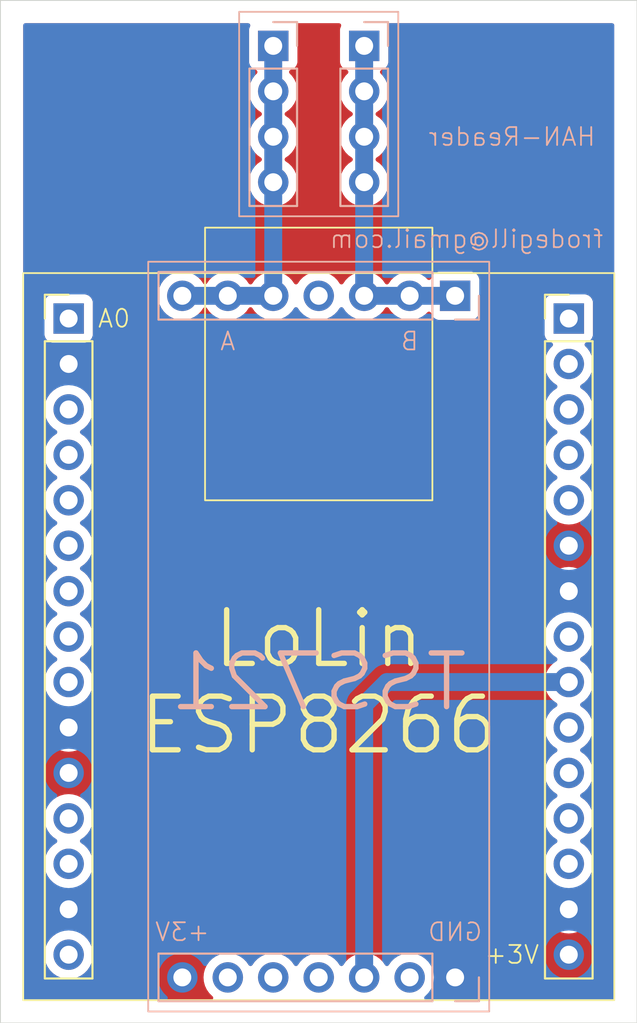
<source format=kicad_pcb>
(kicad_pcb (version 20240108) (generator "pcbnew") (generator_version "8.0")
  (layers (0 "F.Cu" signal) (31 "B.Cu" signal) (34 "B.Paste" user) (35 "F.Paste" user) (36 "B.SilkS" user "B.Silkscreen") (37 "F.SilkS" user "F.Silkscreen") (38 "B.Mask" user) (39 "F.Mask" user) (44 "Edge.Cuts" user))
  (net 0 "")
  (net 1 "Net-(J1-Pin_1)")
  (net 3 "Net-(J2-Pin_5)")
  (net 4 "+3V3")
  (net 5 "GND")
  (net 6 "Net-(J3-Pin_3)")
  (footprint "Connector_PinHeader_2.54mm:PinHeader_1x15_P2.54mm_Vertical" (layer "F.Cu") (at 129.54 50.8)
    (property "Reference" "J6" (hide yes))
    (property "Value" "Conn_01x15_Pin" (hide yes))
    (fp_line (start -1.33 -1.33) (end 0 -1.33) (stroke (width 0.12)) (layer "F.SilkS"))
    (fp_line (start -1.33 0) (end -1.33 -1.33) (stroke (width 0.12)) (layer "F.SilkS"))
    (fp_line (start -1.33 1.27) (end -1.33 36.89) (stroke (width 0.12)) (layer "F.SilkS"))
    (fp_line (start -1.33 1.27) (end 1.33 1.27) (stroke (width 0.12)) (layer "F.SilkS"))
    (fp_line (start -1.33 36.89) (end 1.33 36.89) (stroke (width 0.12)) (layer "F.SilkS"))
    (fp_line (start 1.33 1.27) (end 1.33 36.89) (stroke (width 0.12)) (layer "F.SilkS"))
    (pad "1" thru_hole rect (at 0 0) (size 1.7 1.7) (drill 1) (layers "*.Cu" "*.Mask"))
    (pad "2" thru_hole oval (at 0 2.54) (size 1.7 1.7) (drill 1) (layers "*.Cu" "*.Mask"))
    (pad "3" thru_hole oval (at 0 5.08) (size 1.7 1.7) (drill 1) (layers "*.Cu" "*.Mask"))
    (pad "4" thru_hole oval (at 0 7.62) (size 1.7 1.7) (drill 1) (layers "*.Cu" "*.Mask"))
    (pad "5" thru_hole oval (at 0 10.16) (size 1.7 1.7) (drill 1) (layers "*.Cu" "*.Mask"))
    (pad "6" thru_hole oval (at 0 12.7) (size 1.7 1.7) (drill 1) (layers "*.Cu" "*.Mask") (net 4 "+3V3"))
    (pad "7" thru_hole oval (at 0 15.24) (size 1.7 1.7) (drill 1) (layers "*.Cu" "*.Mask") (net 5 "GND"))
    (pad "8" thru_hole oval (at 0 17.78) (size 1.7 1.7) (drill 1) (layers "*.Cu" "*.Mask"))
    (pad "9" thru_hole oval (at 0 20.32) (size 1.7 1.7) (drill 1) (layers "*.Cu" "*.Mask") (net 6 "Net-(J3-Pin_3)"))
    (pad "10" thru_hole oval (at 0 22.86) (size 1.7 1.7) (drill 1) (layers "*.Cu" "*.Mask"))
    (pad "11" thru_hole oval (at 0 25.4) (size 1.7 1.7) (drill 1) (layers "*.Cu" "*.Mask"))
    (pad "12" thru_hole oval (at 0 27.94) (size 1.7 1.7) (drill 1) (layers "*.Cu" "*.Mask"))
    (pad "13" thru_hole oval (at 0 30.48) (size 1.7 1.7) (drill 1) (layers "*.Cu" "*.Mask"))
    (pad "14" thru_hole oval (at 0 33.02) (size 1.7 1.7) (drill 1) (layers "*.Cu" "*.Mask") (net 5 "GND"))
    (pad "15" thru_hole oval (at 0 35.56) (size 1.7 1.7) (drill 1) (layers "*.Cu" "*.Mask") (net 4 "+3V3"))
  )
  (footprint "Connector_PinHeader_2.54mm:PinHeader_1x15_P2.54mm_Vertical" (layer "F.Cu") (at 101.6 50.8)
    (property "Reference" "J5" (hide yes))
    (property "Value" "Conn_01x15_Pin" (hide yes))
    (fp_line (start -1.33 -1.33) (end 0 -1.33) (stroke (width 0.12)) (layer "F.SilkS"))
    (fp_line (start -1.33 0) (end -1.33 -1.33) (stroke (width 0.12)) (layer "F.SilkS"))
    (fp_line (start -1.33 1.27) (end -1.33 36.89) (stroke (width 0.12)) (layer "F.SilkS"))
    (fp_line (start -1.33 1.27) (end 1.33 1.27) (stroke (width 0.12)) (layer "F.SilkS"))
    (fp_line (start -1.33 36.89) (end 1.33 36.89) (stroke (width 0.12)) (layer "F.SilkS"))
    (fp_line (start 1.33 1.27) (end 1.33 36.89) (stroke (width 0.12)) (layer "F.SilkS"))
    (pad "1" thru_hole rect (at 0 0) (size 1.7 1.7) (drill 1) (layers "*.Cu" "*.Mask"))
    (pad "2" thru_hole oval (at 0 2.54) (size 1.7 1.7) (drill 1) (layers "*.Cu" "*.Mask") (net 5 "GND"))
    (pad "3" thru_hole oval (at 0 5.08) (size 1.7 1.7) (drill 1) (layers "*.Cu" "*.Mask"))
    (pad "4" thru_hole oval (at 0 7.62) (size 1.7 1.7) (drill 1) (layers "*.Cu" "*.Mask"))
    (pad "5" thru_hole oval (at 0 10.16) (size 1.7 1.7) (drill 1) (layers "*.Cu" "*.Mask"))
    (pad "6" thru_hole oval (at 0 12.7) (size 1.7 1.7) (drill 1) (layers "*.Cu" "*.Mask"))
    (pad "7" thru_hole oval (at 0 15.24) (size 1.7 1.7) (drill 1) (layers "*.Cu" "*.Mask"))
    (pad "8" thru_hole oval (at 0 17.78) (size 1.7 1.7) (drill 1) (layers "*.Cu" "*.Mask"))
    (pad "9" thru_hole oval (at 0 20.32) (size 1.7 1.7) (drill 1) (layers "*.Cu" "*.Mask"))
    (pad "10" thru_hole oval (at 0 22.86) (size 1.7 1.7) (drill 1) (layers "*.Cu" "*.Mask") (net 5 "GND"))
    (pad "11" thru_hole oval (at 0 25.4) (size 1.7 1.7) (drill 1) (layers "*.Cu" "*.Mask") (net 4 "+3V3"))
    (pad "12" thru_hole oval (at 0 27.94) (size 1.7 1.7) (drill 1) (layers "*.Cu" "*.Mask"))
    (pad "13" thru_hole oval (at 0 30.48) (size 1.7 1.7) (drill 1) (layers "*.Cu" "*.Mask"))
    (pad "14" thru_hole oval (at 0 33.02) (size 1.7 1.7) (drill 1) (layers "*.Cu" "*.Mask") (net 5 "GND"))
    (pad "15" thru_hole oval (at 0 35.56) (size 1.7 1.7) (drill 1) (layers "*.Cu" "*.Mask"))
  )
  (footprint "Connector_PinHeader_2.54mm:PinHeader_1x07_P2.54mm_Vertical" (layer "B.Cu") (at 123.19 49.53 90)
    (property "Reference" "J2" (hide yes))
    (property "Value" "Conn_01x07_Pin" (hide yes))
    (fp_line (start 1.33 -16.57) (end -1.33 -16.57) (stroke (width 0.12)) (layer "B.SilkS"))
    (fp_line (start 1.33 -16.57) (end 1.33 -1.27) (stroke (width 0.12)) (layer "B.SilkS"))
    (fp_line (start -1.33 -16.57) (end -1.33 -1.27) (stroke (width 0.12)) (layer "B.SilkS"))
    (fp_line (start 1.33 -1.27) (end -1.33 -1.27) (stroke (width 0.12)) (layer "B.SilkS"))
    (fp_line (start 0 1.33) (end -1.33 1.33) (stroke (width 0.12)) (layer "B.SilkS"))
    (fp_line (start -1.33 1.33) (end -1.33 0) (stroke (width 0.12)) (layer "B.SilkS"))
    (pad "1" thru_hole rect (at 0 0 90) (size 1.7 1.7) (drill 1) (layers "*.Cu" "*.Mask") (net 1 "Net-(J1-Pin_1)"))
    (pad "2" thru_hole oval (at 0 -2.54 90) (size 1.7 1.7) (drill 1) (layers "*.Cu" "*.Mask") (net 1 "Net-(J1-Pin_1)"))
    (pad "3" thru_hole oval (at 0 -5.08 90) (size 1.7 1.7) (drill 1) (layers "*.Cu" "*.Mask") (net 1 "Net-(J1-Pin_1)"))
    (pad "4" thru_hole oval (at 0 -7.62 90) (size 1.7 1.7) (drill 1) (layers "*.Cu" "*.Mask"))
    (pad "5" thru_hole oval (at 0 -10.16 90) (size 1.7 1.7) (drill 1) (layers "*.Cu" "*.Mask") (net 3 "Net-(J2-Pin_5)"))
    (pad "6" thru_hole oval (at 0 -12.7 90) (size 1.7 1.7) (drill 1) (layers "*.Cu" "*.Mask") (net 3 "Net-(J2-Pin_5)"))
    (pad "7" thru_hole oval (at 0 -15.24 90) (size 1.7 1.7) (drill 1) (layers "*.Cu" "*.Mask") (net 3 "Net-(J2-Pin_5)"))
  )
  (footprint "Connector_PinHeader_2.54mm:PinHeader_1x04_P2.54mm_Vertical" (layer "B.Cu") (at 118.11 35.56 180)
    (property "Reference" "J1" (hide yes))
    (property "Value" "Conn_01x04_Pin" (hide yes))
    (fp_line (start 1.33 -1.27) (end -1.33 -1.27) (stroke (width 0.12)) (layer "B.SilkS"))
    (fp_line (start 1.33 -8.95) (end 1.33 -1.27) (stroke (width 0.12)) (layer "B.SilkS"))
    (fp_line (start 1.33 -8.95) (end -1.33 -8.95) (stroke (width 0.12)) (layer "B.SilkS"))
    (fp_line (start 0 1.33) (end -1.33 1.33) (stroke (width 0.12)) (layer "B.SilkS"))
    (fp_line (start -1.33 1.33) (end -1.33 0) (stroke (width 0.12)) (layer "B.SilkS"))
    (fp_line (start -1.33 -8.95) (end -1.33 -1.27) (stroke (width 0.12)) (layer "B.SilkS"))
    (pad "1" thru_hole rect (at 0 0 180) (size 1.7 1.7) (drill 1) (layers "*.Cu" "*.Mask") (net 1 "Net-(J1-Pin_1)"))
    (pad "2" thru_hole oval (at 0 -2.54 180) (size 1.7 1.7) (drill 1) (layers "*.Cu" "*.Mask") (net 1 "Net-(J1-Pin_1)"))
    (pad "3" thru_hole oval (at 0 -5.08 180) (size 1.7 1.7) (drill 1) (layers "*.Cu" "*.Mask") (net 1 "Net-(J1-Pin_1)"))
    (pad "4" thru_hole oval (at 0 -7.62 180) (size 1.7 1.7) (drill 1) (layers "*.Cu" "*.Mask") (net 1 "Net-(J1-Pin_1)"))
  )
  (footprint "Connector_PinHeader_2.54mm:PinHeader_1x04_P2.54mm_Vertical" (layer "B.Cu") (at 113.03 35.56 180)
    (property "Reference" "J4" (hide yes))
    (property "Value" "Conn_01x04_Pin" (hide yes))
    (fp_line (start 1.33 -1.27) (end -1.33 -1.27) (stroke (width 0.12)) (layer "B.SilkS"))
    (fp_line (start 1.33 -8.95) (end 1.33 -1.27) (stroke (width 0.12)) (layer "B.SilkS"))
    (fp_line (start 1.33 -8.95) (end -1.33 -8.95) (stroke (width 0.12)) (layer "B.SilkS"))
    (fp_line (start 0 1.33) (end -1.33 1.33) (stroke (width 0.12)) (layer "B.SilkS"))
    (fp_line (start -1.33 1.33) (end -1.33 0) (stroke (width 0.12)) (layer "B.SilkS"))
    (fp_line (start -1.33 -8.95) (end -1.33 -1.27) (stroke (width 0.12)) (layer "B.SilkS"))
    (pad "1" thru_hole rect (at 0 0 180) (size 1.7 1.7) (drill 1) (layers "*.Cu" "*.Mask") (net 3 "Net-(J2-Pin_5)"))
    (pad "2" thru_hole oval (at 0 -2.54 180) (size 1.7 1.7) (drill 1) (layers "*.Cu" "*.Mask") (net 3 "Net-(J2-Pin_5)"))
    (pad "3" thru_hole oval (at 0 -5.08 180) (size 1.7 1.7) (drill 1) (layers "*.Cu" "*.Mask") (net 3 "Net-(J2-Pin_5)"))
    (pad "4" thru_hole oval (at 0 -7.62 180) (size 1.7 1.7) (drill 1) (layers "*.Cu" "*.Mask") (net 3 "Net-(J2-Pin_5)"))
  )
  (footprint "Connector_PinHeader_2.54mm:PinHeader_1x07_P2.54mm_Vertical" (layer "B.Cu") (at 123.19 87.63 90)
    (property "Reference" "J3" (hide yes))
    (property "Value" "Conn_01x07_Pin" (hide yes))
    (fp_line (start 1.33 -16.57) (end -1.33 -16.57) (stroke (width 0.12)) (layer "B.SilkS"))
    (fp_line (start 1.33 -16.57) (end 1.33 -1.27) (stroke (width 0.12)) (layer "B.SilkS"))
    (fp_line (start -1.33 -16.57) (end -1.33 -1.27) (stroke (width 0.12)) (layer "B.SilkS"))
    (fp_line (start 1.33 -1.27) (end -1.33 -1.27) (stroke (width 0.12)) (layer "B.SilkS"))
    (fp_line (start 0 1.33) (end -1.33 1.33) (stroke (width 0.12)) (layer "B.SilkS"))
    (fp_line (start -1.33 1.33) (end -1.33 0) (stroke (width 0.12)) (layer "B.SilkS"))
    (pad "1" thru_hole rect (at 0 0 90) (size 1.7 1.7) (drill 1) (layers "*.Cu" "*.Mask") (net 5 "GND"))
    (pad "2" thru_hole oval (at 0 -2.54 90) (size 1.7 1.7) (drill 1) (layers "*.Cu" "*.Mask"))
    (pad "3" thru_hole oval (at 0 -5.08 90) (size 1.7 1.7) (drill 1) (layers "*.Cu" "*.Mask") (net 6 "Net-(J3-Pin_3)"))
    (pad "4" thru_hole oval (at 0 -7.62 90) (size 1.7 1.7) (drill 1) (layers "*.Cu" "*.Mask"))
    (pad "5" thru_hole oval (at 0 -10.16 90) (size 1.7 1.7) (drill 1) (layers "*.Cu" "*.Mask"))
    (pad "6" thru_hole oval (at 0 -12.7 90) (size 1.7 1.7) (drill 1) (layers "*.Cu" "*.Mask"))
    (pad "7" thru_hole oval (at 0 -15.24 90) (size 1.7 1.7) (drill 1) (layers "*.Cu" "*.Mask") (net 4 "+3V3"))
  )
  (gr_rect (start 106.045 47.625) (end 125.095 89.535) (stroke (width 0.1)) (fill none) (layer "B.SilkS"))
  (gr_rect (start 111.125 33.655) (end 120.015 45.085) (stroke (width 0.1)) (fill none) (layer "B.SilkS"))
  (gr_rect (start 109.22 45.72) (end 121.92 60.96) (stroke (width 0.1)) (fill none) (layer "F.SilkS"))
  (gr_rect (start 99.06 48.26) (end 132.08 88.9) (stroke (width 0.1)) (fill none) (layer "F.SilkS"))
  (gr_line (start 133.35 90.17) (end 133.35 33.02) (stroke (width 0.05)) (layer "Edge.Cuts"))
  (gr_line (start 97.79 90.17) (end 133.35 90.17) (stroke (width 0.05)) (layer "Edge.Cuts"))
  (gr_line (start 133.35 33.02) (end 97.79 33.02) (stroke (width 0.05)) (layer "Edge.Cuts"))
  (gr_line (start 97.79 33.02) (end 97.79 90.17) (stroke (width 0.05)) (layer "Edge.Cuts"))
  (gr_text "GND" (at 123.19 85.09 0) (layer "B.SilkS") (effects (font (size 1 1) (thickness 0.1)) (justify mirror)))
  (gr_text "TSS721" (at 115.57 71.12 0) (layer "B.SilkS") (effects (font (size 3 3) (thickness 0.3)) (justify mirror)))
  (gr_text "HAN-Reader" (at 126.365 40.64 0) (layer "B.SilkS") (effects (font (size 1 1) (thickness 0.1)) (justify mirror)))
  (gr_text "B" (at 120.65 52.07 0) (layer "B.SilkS") (effects (font (size 1 1) (thickness 0.1)) (justify mirror)))
  (gr_text "A" (at 110.49 52.07 0) (layer "B.SilkS") (effects (font (size 1 1) (thickness 0.1)) (justify mirror)))
  (gr_text "+3V" (at 107.95 85.09 0) (layer "B.SilkS") (effects (font (size 1 1) (thickness 0.1)) (justify mirror)))
  (gr_text "frodegill@gmail.com" (at 123.825 46.355 0) (layer "B.SilkS") (effects (font (size 1 1) (thickness 0.1)) (justify mirror)))
  (gr_text "LoLin\nESP8266" (at 115.57 71.12 0) (layer "F.SilkS") (effects (font (size 3 3) (thickness 0.3))))
  (gr_text "+3V" (at 126.365 86.36 0) (layer "F.SilkS") (effects (font (size 1 1) (thickness 0.1))))
  (gr_text "A0" (at 104.14 50.8 0) (layer "F.SilkS") (effects (font (size 1 1) (thickness 0.1))))
  (segment (start 118.11 40.64) (end 118.11 43.18) (width 1) (layer "B.Cu") (net 1))
  (segment (start 118.11 35.56) (end 118.11 38.1) (width 1) (layer "B.Cu") (net 1))
  (segment (start 118.11 49.53) (end 120.65 49.53) (width 1) (layer "B.Cu") (net 1))
  (segment (start 118.11 38.1) (end 118.11 40.64) (width 1) (layer "B.Cu") (net 1))
  (segment (start 118.11 43.18) (end 118.11 49.53) (width 1) (layer "B.Cu") (net 1))
  (segment (start 120.65 49.53) (end 123.19 49.53) (width 1) (layer "B.Cu") (net 1))
  (segment (start 110.49 49.53) (end 107.95 49.53) (width 1) (layer "B.Cu") (net 3))
  (segment (start 113.03 49.53) (end 110.49 49.53) (width 1) (layer "B.Cu") (net 3))
  (segment (start 113.03 38.1) (end 113.03 40.64) (width 1) (layer "B.Cu") (net 3))
  (segment (start 113.03 40.64) (end 113.03 43.18) (width 1) (layer "B.Cu") (net 3))
  (segment (start 113.03 35.56) (end 113.03 38.1) (width 1) (layer "B.Cu") (net 3))
  (segment (start 113.03 43.18) (end 113.03 49.53) (width 1) (layer "B.Cu") (net 3))
  (segment (start 119.38 71.12) (end 118.11 72.39) (width 1) (layer "B.Cu") (net 6))
  (segment (start 118.11 72.39) (end 118.11 87.63) (width 1) (layer "B.Cu") (net 6))
  (segment (start 129.54 71.12) (end 119.38 71.12) (width 1) (layer "B.Cu") (net 6))
  (zone (net 4) (net_name "+3V3") (layer "F.Cu") (connect_pads yes (clearance 0.5)) (min_thickness 0.25) (fill yes (thermal_gap 0.5) (thermal_bridge_width 0.5))
    (polygon (pts (xy 132.08 34.29) (xy 99.06 34.29) (xy 99.06 88.9) (xy 132.08 88.9)))
  )
  (zone (net 5) (net_name "GND") (layer "B.Cu") (priority 1) (connect_pads yes (clearance 0.5)) (min_thickness 0.25) (fill yes (thermal_gap 0.5) (thermal_bridge_width 0.5))
    (polygon (pts (xy 132.08 34.29) (xy 99.06 34.29) (xy 99.06 88.9) (xy 132.08 88.9)))
  )
)
</source>
